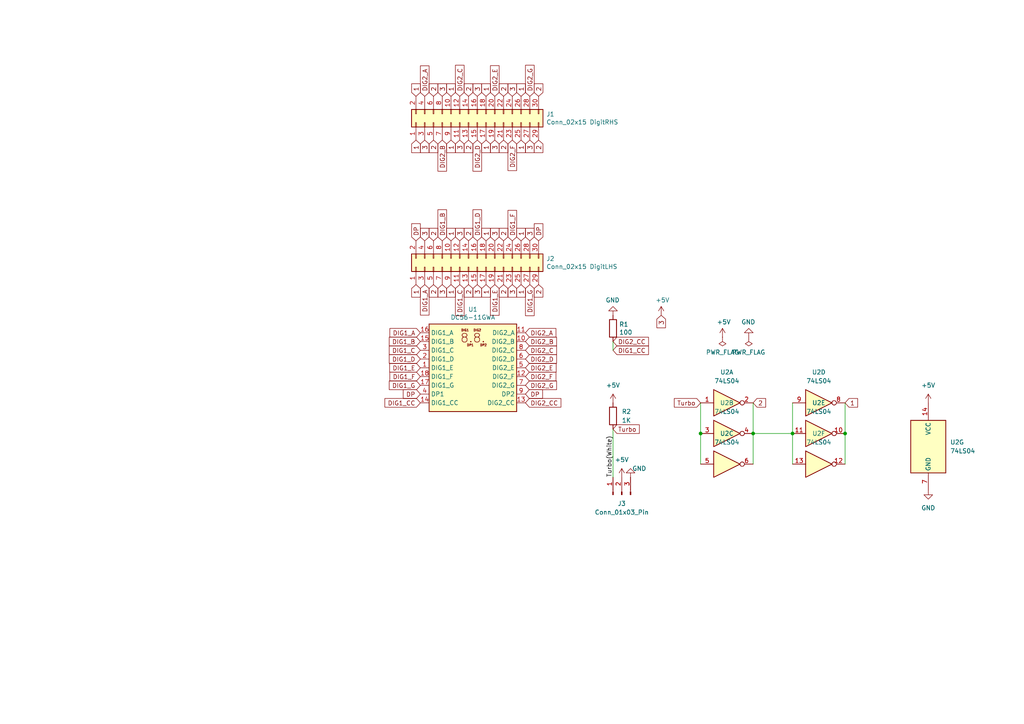
<source format=kicad_sch>
(kicad_sch (version 20230121) (generator eeschema)
  (paper "A4")
  (title_block (title "MHz Display Blaster") (date "2023-07-02") (rev "rev.0.2") (company "Scrap Computing"))
  (lib_symbols
    (symbol "74xx:74LS04"
      (property "Reference" "U" (at 0 1.27 0))
      (property "Value" "74LS04" (at 0 -1.27 0))
      (symbol "74LS04_1_0"
        (polyline (pts (xy -3.81 3.81) (xy -3.81 -3.81) (xy 3.81 0) (xy -3.81 3.81)) (stroke (width 0.254)) (fill (type background)))
        (pin input line (at -7.62 0 0) (length 3.81) (name "~") (number "1"))
        (pin output inverted (at 7.62 0 180) (length 3.81) (name "~") (number "2"))
      )
      (symbol "74LS04_2_0"
        (polyline (pts (xy -3.81 3.81) (xy -3.81 -3.81) (xy 3.81 0) (xy -3.81 3.81)) (stroke (width 0.254)) (fill (type background)))
        (pin input line (at -7.62 0 0) (length 3.81) (name "~") (number "3"))
        (pin output inverted (at 7.62 0 180) (length 3.81) (name "~") (number "4"))
      )
      (symbol "74LS04_3_0"
        (polyline (pts (xy -3.81 3.81) (xy -3.81 -3.81) (xy 3.81 0) (xy -3.81 3.81)) (stroke (width 0.254)) (fill (type background)))
        (pin input line (at -7.62 0 0) (length 3.81) (name "~") (number "5"))
        (pin output inverted (at 7.62 0 180) (length 3.81) (name "~") (number "6"))
      )
      (symbol "74LS04_4_0"
        (polyline (pts (xy -3.81 3.81) (xy -3.81 -3.81) (xy 3.81 0) (xy -3.81 3.81)) (stroke (width 0.254)) (fill (type background)))
        (pin output inverted (at 7.62 0 180) (length 3.81) (name "~") (number "8"))
        (pin input line (at -7.62 0 0) (length 3.81) (name "~") (number "9"))
      )
      (symbol "74LS04_5_0"
        (polyline (pts (xy -3.81 3.81) (xy -3.81 -3.81) (xy 3.81 0) (xy -3.81 3.81)) (stroke (width 0.254)) (fill (type background)))
        (pin output inverted (at 7.62 0 180) (length 3.81) (name "~") (number "10"))
        (pin input line (at -7.62 0 0) (length 3.81) (name "~") (number "11"))
      )
      (symbol "74LS04_6_0"
        (polyline (pts (xy -3.81 3.81) (xy -3.81 -3.81) (xy 3.81 0) (xy -3.81 3.81)) (stroke (width 0.254)) (fill (type background)))
        (pin output inverted (at 7.62 0 180) (length 3.81) (name "~") (number "12"))
        (pin input line (at -7.62 0 0) (length 3.81) (name "~") (number "13"))
      )
      (symbol "74LS04_7_0"
        (pin power_in line (at 0 12.7 270) (length 5.08) (name "VCC") (number "14"))
        (pin power_in line (at 0 -12.7 90) (length 5.08) (name "GND") (number "7"))
      )
      (symbol "74LS04_7_1"
        (rectangle (start -5.08 7.62) (end 5.08 -7.62) (stroke (width 0.254)) (fill (type background)))
      )
    )
    (symbol "Connector:Conn_01x03_Pin" (pin_names (offset 1.016) hide)
      (property "Reference" "J" (at 0 5.08 0))
      (property "Value" "Conn_01x03_Pin" (at 0 -5.08 0))
      (symbol "Conn_01x03_Pin_1_1"
        (polyline (pts (xy 1.27 -2.54) (xy 0.8636 -2.54)) (stroke (width 0.1524)))
        (polyline (pts (xy 1.27 0) (xy 0.8636 0)) (stroke (width 0.1524)))
        (polyline (pts (xy 1.27 2.54) (xy 0.8636 2.54)) (stroke (width 0.1524)))
        (rectangle (start 0.8636 -2.413) (end 0 -2.667) (stroke (width 0.1524)) (fill (type outline)))
        (rectangle (start 0.8636 0.127) (end 0 -0.127) (stroke (width 0.1524)) (fill (type outline)))
        (rectangle (start 0.8636 2.667) (end 0 2.413) (stroke (width 0.1524)) (fill (type outline)))
        (pin passive line (at 5.08 2.54 180) (length 3.81) (name "Pin_1") (number "1"))
        (pin passive line (at 5.08 0 180) (length 3.81) (name "Pin_2") (number "2"))
        (pin passive line (at 5.08 -2.54 180) (length 3.81) (name "Pin_3") (number "3"))
      )
    )
    (symbol "Connector_Generic:Conn_02x15_Odd_Even" (pin_names (offset 1.016) hide)
      (property "Reference" "J" (at 1.27 20.32 0))
      (property "Value" "Conn_02x15_Odd_Even" (at 1.27 -20.32 0))
      (symbol "Conn_02x15_Odd_Even_1_1"
        (rectangle (start -1.27 -17.653) (end 0 -17.907) (stroke (width 0.1524)))
        (rectangle (start -1.27 -15.113) (end 0 -15.367) (stroke (width 0.1524)))
        (rectangle (start -1.27 -12.573) (end 0 -12.827) (stroke (width 0.1524)))
        (rectangle (start -1.27 -10.033) (end 0 -10.287) (stroke (width 0.1524)))
        (rectangle (start -1.27 -7.493) (end 0 -7.747) (stroke (width 0.1524)))
        (rectangle (start -1.27 -4.953) (end 0 -5.207) (stroke (width 0.1524)))
        (rectangle (start -1.27 -2.413) (end 0 -2.667) (stroke (width 0.1524)))
        (rectangle (start -1.27 0.127) (end 0 -0.127) (stroke (width 0.1524)))
        (rectangle (start -1.27 2.667) (end 0 2.413) (stroke (width 0.1524)))
        (rectangle (start -1.27 5.207) (end 0 4.953) (stroke (width 0.1524)))
        (rectangle (start -1.27 7.747) (end 0 7.493) (stroke (width 0.1524)))
        (rectangle (start -1.27 10.287) (end 0 10.033) (stroke (width 0.1524)))
        (rectangle (start -1.27 12.827) (end 0 12.573) (stroke (width 0.1524)))
        (rectangle (start -1.27 15.367) (end 0 15.113) (stroke (width 0.1524)))
        (rectangle (start -1.27 17.907) (end 0 17.653) (stroke (width 0.1524)))
        (rectangle (start -1.27 19.05) (end 3.81 -19.05) (stroke (width 0.254)) (fill (type background)))
        (rectangle (start 3.81 -17.653) (end 2.54 -17.907) (stroke (width 0.1524)))
        (rectangle (start 3.81 -15.113) (end 2.54 -15.367) (stroke (width 0.1524)))
        (rectangle (start 3.81 -12.573) (end 2.54 -12.827) (stroke (width 0.1524)))
        (rectangle (start 3.81 -10.033) (end 2.54 -10.287) (stroke (width 0.1524)))
        (rectangle (start 3.81 -7.493) (end 2.54 -7.747) (stroke (width 0.1524)))
        (rectangle (start 3.81 -4.953) (end 2.54 -5.207) (stroke (width 0.1524)))
        (rectangle (start 3.81 -2.413) (end 2.54 -2.667) (stroke (width 0.1524)))
        (rectangle (start 3.81 0.127) (end 2.54 -0.127) (stroke (width 0.1524)))
        (rectangle (start 3.81 2.667) (end 2.54 2.413) (stroke (width 0.1524)))
        (rectangle (start 3.81 5.207) (end 2.54 4.953) (stroke (width 0.1524)))
        (rectangle (start 3.81 7.747) (end 2.54 7.493) (stroke (width 0.1524)))
        (rectangle (start 3.81 10.287) (end 2.54 10.033) (stroke (width 0.1524)))
        (rectangle (start 3.81 12.827) (end 2.54 12.573) (stroke (width 0.1524)))
        (rectangle (start 3.81 15.367) (end 2.54 15.113) (stroke (width 0.1524)))
        (rectangle (start 3.81 17.907) (end 2.54 17.653) (stroke (width 0.1524)))
        (pin passive line (at -5.08 17.78 0) (length 3.81) (name "Pin_1") (number "1"))
        (pin passive line (at 7.62 7.62 180) (length 3.81) (name "Pin_10") (number "10"))
        (pin passive line (at -5.08 5.08 0) (length 3.81) (name "Pin_11") (number "11"))
        (pin passive line (at 7.62 5.08 180) (length 3.81) (name "Pin_12") (number "12"))
        (pin passive line (at -5.08 2.54 0) (length 3.81) (name "Pin_13") (number "13"))
        (pin passive line (at 7.62 2.54 180) (length 3.81) (name "Pin_14") (number "14"))
        (pin passive line (at -5.08 0 0) (length 3.81) (name "Pin_15") (number "15"))
        (pin passive line (at 7.62 0 180) (length 3.81) (name "Pin_16") (number "16"))
        (pin passive line (at -5.08 -2.54 0) (length 3.81) (name "Pin_17") (number "17"))
        (pin passive line (at 7.62 -2.54 180) (length 3.81) (name "Pin_18") (number "18"))
        (pin passive line (at -5.08 -5.08 0) (length 3.81) (name "Pin_19") (number "19"))
        (pin passive line (at 7.62 17.78 180) (length 3.81) (name "Pin_2") (number "2"))
        (pin passive line (at 7.62 -5.08 180) (length 3.81) (name "Pin_20") (number "20"))
        (pin passive line (at -5.08 -7.62 0) (length 3.81) (name "Pin_21") (number "21"))
        (pin passive line (at 7.62 -7.62 180) (length 3.81) (name "Pin_22") (number "22"))
        (pin passive line (at -5.08 -10.16 0) (length 3.81) (name "Pin_23") (number "23"))
        (pin passive line (at 7.62 -10.16 180) (length 3.81) (name "Pin_24") (number "24"))
        (pin passive line (at -5.08 -12.7 0) (length 3.81) (name "Pin_25") (number "25"))
        (pin passive line (at 7.62 -12.7 180) (length 3.81) (name "Pin_26") (number "26"))
        (pin passive line (at -5.08 -15.24 0) (length 3.81) (name "Pin_27") (number "27"))
        (pin passive line (at 7.62 -15.24 180) (length 3.81) (name "Pin_28") (number "28"))
        (pin passive line (at -5.08 -17.78 0) (length 3.81) (name "Pin_29") (number "29"))
        (pin passive line (at -5.08 15.24 0) (length 3.81) (name "Pin_3") (number "3"))
        (pin passive line (at 7.62 -17.78 180) (length 3.81) (name "Pin_30") (number "30"))
        (pin passive line (at 7.62 15.24 180) (length 3.81) (name "Pin_4") (number "4"))
        (pin passive line (at -5.08 12.7 0) (length 3.81) (name "Pin_5") (number "5"))
        (pin passive line (at 7.62 12.7 180) (length 3.81) (name "Pin_6") (number "6"))
        (pin passive line (at -5.08 10.16 0) (length 3.81) (name "Pin_7") (number "7"))
        (pin passive line (at 7.62 10.16 180) (length 3.81) (name "Pin_8") (number "8"))
        (pin passive line (at -5.08 7.62 0) (length 3.81) (name "Pin_9") (number "9"))
      )
    )
    (symbol "Device:R" (pin_numbers hide) (pin_names (offset 0))
      (property "Reference" "R" (at 2.032 0 90))
      (property "Value" "R" (at 0 0 90))
      (symbol "R_0_1"
        (rectangle (start -1.016 -2.54) (end 1.016 2.54) (stroke (width 0.254)))
      )
      (symbol "R_1_1"
        (pin passive line (at 0 3.81 270) (length 1.27) (name "~") (number "1"))
        (pin passive line (at 0 -3.81 90) (length 1.27) (name "~") (number "2"))
      )
    )
    (symbol "Display_Character:DC56-11GWA"
      (property "Reference" "U" (at -11.43 13.97 0))
      (property "Value" "DC56-11GWA" (at 12.065 13.97 0))
      (symbol "DC56-11GWA_0_0"
        (text "8.8." (at 0 8.636 0) (effects (font (size 2.54 2.54))))
        (text "DIG1" (at -2.286 10.922 0) (effects (font (size 0.635 0.635))))
        (text "DIG2" (at 1.27 10.922 0) (effects (font (size 0.635 0.635))))
        (text "DP1" (at -0.762 6.604 0) (effects (font (size 0.635 0.635))))
        (text "DP2" (at 3.048 6.604 0) (effects (font (size 0.635 0.635))))
      )
      (symbol "DC56-11GWA_0_1"
        (rectangle (start -12.7 12.7) (end 12.7 -12.7) (stroke (width 0.254)) (fill (type background)))
      )
      (symbol "DC56-11GWA_1_1"
        (pin input line (at -15.24 0 0) (length 2.54) (name "DIG1_E") (number "1"))
        (pin input line (at 15.24 7.62 180) (length 2.54) (name "DIG2_B") (number "10"))
        (pin input line (at 15.24 10.16 180) (length 2.54) (name "DIG2_A") (number "11"))
        (pin input line (at 15.24 -2.54 180) (length 2.54) (name "DIG2_F") (number "12"))
        (pin input line (at 15.24 -10.16 180) (length 2.54) (name "DIG2_CC") (number "13"))
        (pin input line (at -15.24 -10.16 0) (length 2.54) (name "DIG1_CC") (number "14"))
        (pin input line (at -15.24 7.62 0) (length 2.54) (name "DIG1_B") (number "15"))
        (pin input line (at -15.24 10.16 0) (length 2.54) (name "DIG1_A") (number "16"))
        (pin input line (at -15.24 -5.08 0) (length 2.54) (name "DIG1_G") (number "17"))
        (pin input line (at -15.24 -2.54 0) (length 2.54) (name "DIG1_F") (number "18"))
        (pin input line (at -15.24 2.54 0) (length 2.54) (name "DIG1_D") (number "2"))
        (pin input line (at -15.24 5.08 0) (length 2.54) (name "DIG1_C") (number "3"))
        (pin input line (at -15.24 -7.62 0) (length 2.54) (name "DP1") (number "4"))
        (pin input line (at 15.24 0 180) (length 2.54) (name "DIG2_E") (number "5"))
        (pin input line (at 15.24 2.54 180) (length 2.54) (name "DIG2_D") (number "6"))
        (pin input line (at 15.24 -5.08 180) (length 2.54) (name "DIG2_G") (number "7"))
        (pin input line (at 15.24 5.08 180) (length 2.54) (name "DIG2_C") (number "8"))
        (pin input line (at 15.24 -7.62 180) (length 2.54) (name "DP2") (number "9"))
      )
    )
    (symbol "power:+5V" (power) (pin_names (offset 0))
      (property "Value" "+5V" (at 0 3.556 0))
      (symbol "+5V_0_1"
        (polyline (pts (xy -0.762 1.27) (xy 0 2.54)))
        (polyline (pts (xy 0 0) (xy 0 2.54)))
        (polyline (pts (xy 0 2.54) (xy 0.762 1.27)))
      )
      (symbol "+5V_1_1"
        (pin power_in line (at 0 0 90) (length 0) hide (name "+5V") (number "1"))
      )
    )
    (symbol "power:GND" (power) (pin_names (offset 0))
      (property "Value" "GND" (at 0 -3.81 0))
      (symbol "GND_0_1"
        (polyline (pts (xy 0 0) (xy 0 -1.27) (xy 1.27 -1.27) (xy 0 -2.54) (xy -1.27 -1.27) (xy 0 -1.27)))
      )
      (symbol "GND_1_1"
        (pin power_in line (at 0 0 270) (length 0) hide (name "GND") (number "1"))
      )
    )
    (symbol "power:PWR_FLAG" (power) (pin_numbers hide) (pin_names (offset 0) hide)
      (property "Value" "PWR_FLAG" (at 0 3.81 0))
      (symbol "PWR_FLAG_0_0"
        (pin power_out line (at 0 0 90) (length 0) (name "pwr") (number "1"))
      )
      (symbol "PWR_FLAG_0_1"
        (polyline (pts (xy 0 0) (xy 0 1.27) (xy -1.016 1.905) (xy 0 2.54) (xy 1.016 1.905) (xy 0 1.27)))
      )
    )
  )
  (junction (at 218.44 125.73))
  (junction (at 203.2 125.73))
  (junction (at 245.11 125.73))
  (junction (at 229.87 125.73))
  (wire (pts (xy 177.8 124.46) (xy 177.8 138.43)))
  (wire (pts (xy 203.2 125.73) (xy 203.2 134.62)))
  (wire (pts (xy 245.11 116.84) (xy 245.11 125.73)))
  (wire (pts (xy 218.44 125.73) (xy 218.44 134.62)))
  (wire (pts (xy 245.11 125.73) (xy 245.11 134.62)))
  (wire (pts (xy 218.44 125.73) (xy 229.87 125.73)))
  (wire (pts (xy 177.8 99.06) (xy 177.8 101.6)))
  (wire (pts (xy 218.44 116.84) (xy 218.44 125.73)))
  (wire (pts (xy 229.87 125.73) (xy 229.87 134.62)))
  (wire (pts (xy 229.87 116.84) (xy 229.87 125.73)))
  (wire (pts (xy 203.2 116.84) (xy 203.2 125.73)))
  (label "Turbo(White)" (at 177.8 138.43 90))
  (global_label "3" (shape input) (at 123.19 40.64 270) (property "Intersheetrefs" "${INTERSHEET_REFS}" (effects hide)))
  (global_label "1" (shape input) (at 151.13 27.94 90) (property "Intersheetrefs" "${INTERSHEET_REFS}" (effects hide)))
  (global_label "DIG1_E" (shape input) (at 121.92 106.68 180) (property "Intersheetrefs" "${INTERSHEET_REFS}" (effects hide)))
  (global_label "1" (shape input) (at 245.11 116.84 0) (property "Intersheetrefs" "${INTERSHEET_REFS}" (effects hide)))
  (global_label "1" (shape input) (at 140.97 40.64 270) (property "Intersheetrefs" "${INTERSHEET_REFS}" (effects hide)))
  (global_label "3" (shape input) (at 128.27 82.55 270) (property "Intersheetrefs" "${INTERSHEET_REFS}" (effects hide)))
  (global_label "3" (shape input) (at 143.51 40.64 270) (property "Intersheetrefs" "${INTERSHEET_REFS}" (effects hide)))
  (global_label "DIG2_CC" (shape input) (at 177.8 99.06 0) (property "Intersheetrefs" "${INTERSHEET_REFS}" (effects hide)))
  (global_label "DIG2_G" (shape input) (at 152.4 111.76 0) (property "Intersheetrefs" "${INTERSHEET_REFS}" (effects hide)))
  (global_label "2" (shape input) (at 135.89 82.55 270) (property "Intersheetrefs" "${INTERSHEET_REFS}" (effects hide)))
  (global_label "1" (shape input) (at 120.65 27.94 90) (property "Intersheetrefs" "${INTERSHEET_REFS}" (effects hide)))
  (global_label "2" (shape input) (at 156.21 82.55 270) (property "Intersheetrefs" "${INTERSHEET_REFS}" (effects hide)))
  (global_label "1" (shape input) (at 130.81 82.55 270) (property "Intersheetrefs" "${INTERSHEET_REFS}" (effects hide)))
  (global_label "DP" (shape input) (at 120.65 69.85 90) (property "Intersheetrefs" "${INTERSHEET_REFS}" (effects hide)))
  (global_label "DIG2_CC" (shape input) (at 152.4 116.84 0) (property "Intersheetrefs" "${INTERSHEET_REFS}" (effects hide)))
  (global_label "1" (shape input) (at 130.81 27.94 90) (property "Intersheetrefs" "${INTERSHEET_REFS}" (effects hide)))
  (global_label "3" (shape input) (at 148.59 27.94 90) (property "Intersheetrefs" "${INTERSHEET_REFS}" (effects hide)))
  (global_label "3" (shape input) (at 133.35 69.85 90) (property "Intersheetrefs" "${INTERSHEET_REFS}" (effects hide)))
  (global_label "3" (shape input) (at 138.43 27.94 90) (property "Intersheetrefs" "${INTERSHEET_REFS}" (effects hide)))
  (global_label "DIG1_C" (shape input) (at 133.35 82.55 270) (property "Intersheetrefs" "${INTERSHEET_REFS}" (effects hide)))
  (global_label "DIG1_F" (shape input) (at 148.59 69.85 90) (property "Intersheetrefs" "${INTERSHEET_REFS}" (effects hide)))
  (global_label "1" (shape input) (at 120.65 40.64 270) (property "Intersheetrefs" "${INTERSHEET_REFS}" (effects hide)))
  (global_label "DP" (shape input) (at 152.4 114.3 0) (property "Intersheetrefs" "${INTERSHEET_REFS}" (effects hide)))
  (global_label "3" (shape input) (at 191.77 91.44 270) (property "Intersheetrefs" "${INTERSHEET_REFS}" (effects hide)))
  (global_label "DIG1_D" (shape input) (at 138.43 69.85 90) (property "Intersheetrefs" "${INTERSHEET_REFS}" (effects hide)))
  (global_label "DIG2_E" (shape input) (at 143.51 27.94 90) (property "Intersheetrefs" "${INTERSHEET_REFS}" (effects hide)))
  (global_label "3" (shape input) (at 153.67 69.85 90) (property "Intersheetrefs" "${INTERSHEET_REFS}" (effects hide)))
  (global_label "2" (shape input) (at 125.73 69.85 90) (property "Intersheetrefs" "${INTERSHEET_REFS}" (effects hide)))
  (global_label "2" (shape input) (at 146.05 82.55 270) (property "Intersheetrefs" "${INTERSHEET_REFS}" (effects hide)))
  (global_label "DIG1_B" (shape input) (at 121.92 99.06 180) (property "Intersheetrefs" "${INTERSHEET_REFS}" (effects hide)))
  (global_label "DIG2_F" (shape input) (at 148.59 40.64 270) (property "Intersheetrefs" "${INTERSHEET_REFS}" (effects hide)))
  (global_label "DIG2_D" (shape input) (at 152.4 104.14 0) (property "Intersheetrefs" "${INTERSHEET_REFS}" (effects hide)))
  (global_label "3" (shape input) (at 138.43 82.55 270) (property "Intersheetrefs" "${INTERSHEET_REFS}" (effects hide)))
  (global_label "2" (shape input) (at 146.05 27.94 90) (property "Intersheetrefs" "${INTERSHEET_REFS}" (effects hide)))
  (global_label "3" (shape input) (at 143.51 69.85 90) (property "Intersheetrefs" "${INTERSHEET_REFS}" (effects hide)))
  (global_label "1" (shape input) (at 140.97 82.55 270) (property "Intersheetrefs" "${INTERSHEET_REFS}" (effects hide)))
  (global_label "DIG1_CC" (shape input) (at 177.8 101.6 0) (property "Intersheetrefs" "${INTERSHEET_REFS}" (effects hide)))
  (global_label "DIG1_E" (shape input) (at 143.51 82.55 270) (property "Intersheetrefs" "${INTERSHEET_REFS}" (effects hide)))
  (global_label "DIG2_A" (shape input) (at 152.4 96.52 0) (property "Intersheetrefs" "${INTERSHEET_REFS}" (effects hide)))
  (global_label "DIG1_CC" (shape input) (at 121.92 116.84 180) (property "Intersheetrefs" "${INTERSHEET_REFS}" (effects hide)))
  (global_label "DIG2_E" (shape input) (at 152.4 106.68 0) (property "Intersheetrefs" "${INTERSHEET_REFS}" (effects hide)))
  (global_label "Turbo" (shape input) (at 177.8 124.46 0) (property "Intersheetrefs" "${INTERSHEET_REFS}" (effects hide)))
  (global_label "3" (shape input) (at 133.35 40.64 270) (property "Intersheetrefs" "${INTERSHEET_REFS}" (effects hide)))
  (global_label "3" (shape input) (at 123.19 69.85 90) (property "Intersheetrefs" "${INTERSHEET_REFS}" (effects hide)))
  (global_label "1" (shape input) (at 130.81 69.85 90) (property "Intersheetrefs" "${INTERSHEET_REFS}" (effects hide)))
  (global_label "2" (shape input) (at 135.89 40.64 270) (property "Intersheetrefs" "${INTERSHEET_REFS}" (effects hide)))
  (global_label "DIG2_F" (shape input) (at 152.4 109.22 0) (property "Intersheetrefs" "${INTERSHEET_REFS}" (effects hide)))
  (global_label "DIG2_G" (shape input) (at 153.67 27.94 90) (property "Intersheetrefs" "${INTERSHEET_REFS}" (effects hide)))
  (global_label "1" (shape input) (at 140.97 27.94 90) (property "Intersheetrefs" "${INTERSHEET_REFS}" (effects hide)))
  (global_label "2" (shape input) (at 218.44 116.84 0) (property "Intersheetrefs" "${INTERSHEET_REFS}" (effects hide)))
  (global_label "3" (shape input) (at 128.27 27.94 90) (property "Intersheetrefs" "${INTERSHEET_REFS}" (effects hide)))
  (global_label "1" (shape input) (at 140.97 69.85 90) (property "Intersheetrefs" "${INTERSHEET_REFS}" (effects hide)))
  (global_label "DIG1_D" (shape input) (at 121.92 104.14 180) (property "Intersheetrefs" "${INTERSHEET_REFS}" (effects hide)))
  (global_label "2" (shape input) (at 156.21 40.64 270) (property "Intersheetrefs" "${INTERSHEET_REFS}" (effects hide)))
  (global_label "DIG1_A" (shape input) (at 123.19 82.55 270) (property "Intersheetrefs" "${INTERSHEET_REFS}" (effects hide)))
  (global_label "DIG1_A" (shape input) (at 121.92 96.52 180) (property "Intersheetrefs" "${INTERSHEET_REFS}" (effects hide)))
  (global_label "2" (shape input) (at 125.73 27.94 90) (property "Intersheetrefs" "${INTERSHEET_REFS}" (effects hide)))
  (global_label "Turbo" (shape input) (at 203.2 116.84 180) (property "Intersheetrefs" "${INTERSHEET_REFS}" (effects hide)))
  (global_label "DP" (shape input) (at 156.21 69.85 90) (property "Intersheetrefs" "${INTERSHEET_REFS}" (effects hide)))
  (global_label "1" (shape input) (at 120.65 82.55 270) (property "Intersheetrefs" "${INTERSHEET_REFS}" (effects hide)))
  (global_label "2" (shape input) (at 125.73 40.64 270) (property "Intersheetrefs" "${INTERSHEET_REFS}" (effects hide)))
  (global_label "DIG2_A" (shape input) (at 123.19 27.94 90) (property "Intersheetrefs" "${INTERSHEET_REFS}" (effects hide)))
  (global_label "DIG1_C" (shape input) (at 121.92 101.6 180) (property "Intersheetrefs" "${INTERSHEET_REFS}" (effects hide)))
  (global_label "2" (shape input) (at 125.73 82.55 270) (property "Intersheetrefs" "${INTERSHEET_REFS}" (effects hide)))
  (global_label "2" (shape input) (at 146.05 40.64 270) (property "Intersheetrefs" "${INTERSHEET_REFS}" (effects hide)))
  (global_label "1" (shape input) (at 151.13 40.64 270) (property "Intersheetrefs" "${INTERSHEET_REFS}" (effects hide)))
  (global_label "DIG2_B" (shape input) (at 128.27 40.64 270) (property "Intersheetrefs" "${INTERSHEET_REFS}" (effects hide)))
  (global_label "DIG1_F" (shape input) (at 121.92 109.22 180) (property "Intersheetrefs" "${INTERSHEET_REFS}" (effects hide)))
  (global_label "1" (shape input) (at 151.13 69.85 90) (property "Intersheetrefs" "${INTERSHEET_REFS}" (effects hide)))
  (global_label "DP" (shape input) (at 121.92 114.3 180) (property "Intersheetrefs" "${INTERSHEET_REFS}" (effects hide)))
  (global_label "1" (shape input) (at 151.13 82.55 270) (property "Intersheetrefs" "${INTERSHEET_REFS}" (effects hide)))
  (global_label "DIG2_D" (shape input) (at 138.43 40.64 270) (property "Intersheetrefs" "${INTERSHEET_REFS}" (effects hide)))
  (global_label "DIG2_B" (shape input) (at 152.4 99.06 0) (property "Intersheetrefs" "${INTERSHEET_REFS}" (effects hide)))
  (global_label "2" (shape input) (at 135.89 69.85 90) (property "Intersheetrefs" "${INTERSHEET_REFS}" (effects hide)))
  (global_label "DIG2_C" (shape input) (at 133.35 27.94 90) (property "Intersheetrefs" "${INTERSHEET_REFS}" (effects hide)))
  (global_label "2" (shape input) (at 156.21 27.94 90) (property "Intersheetrefs" "${INTERSHEET_REFS}" (effects hide)))
  (global_label "3" (shape input) (at 153.67 40.64 270) (property "Intersheetrefs" "${INTERSHEET_REFS}" (effects hide)))
  (global_label "2" (shape input) (at 135.89 27.94 90) (property "Intersheetrefs" "${INTERSHEET_REFS}" (effects hide)))
  (global_label "DIG1_B" (shape input) (at 128.27 69.85 90) (property "Intersheetrefs" "${INTERSHEET_REFS}" (effects hide)))
  (global_label "DIG1_G" (shape input) (at 153.67 82.55 270) (property "Intersheetrefs" "${INTERSHEET_REFS}" (effects hide)))
  (global_label "3" (shape input) (at 148.59 82.55 270) (property "Intersheetrefs" "${INTERSHEET_REFS}" (effects hide)))
  (global_label "1" (shape input) (at 130.81 40.64 270) (property "Intersheetrefs" "${INTERSHEET_REFS}" (effects hide)))
  (global_label "2" (shape input) (at 146.05 69.85 90) (property "Intersheetrefs" "${INTERSHEET_REFS}" (effects hide)))
  (global_label "DIG2_C" (shape input) (at 152.4 101.6 0) (property "Intersheetrefs" "${INTERSHEET_REFS}" (effects hide)))
  (global_label "DIG1_G" (shape input) (at 121.92 111.76 180) (property "Intersheetrefs" "${INTERSHEET_REFS}" (effects hide)))
  (symbol (lib_id "Connector_Generic:Conn_02x15_Odd_Even") (at 138.43 35.56 90) (unit 1)
    (property "Reference" "J1" (at 158.4452 33.1216 90) (effects (justify right)))
    (property "Value" "Conn_02x15 DigitRHS" (at 158.4452 35.433 90) (effects (justify right)))
    (property "Footprint" "Connector_PinHeader_2.54mm:PinHeader_2x15_P2.54mm_Vertical" (effects hide))
  )
  (symbol (lib_id "Connector_Generic:Conn_02x15_Odd_Even") (at 138.43 77.47 90) (unit 1)
    (property "Reference" "J2" (at 158.4452 75.0316 90) (effects (justify right)))
    (property "Value" "Conn_02x15 DigitLHS" (at 158.4452 77.343 90) (effects (justify right)))
    (property "Footprint" "Connector_PinHeader_2.54mm:PinHeader_2x15_P2.54mm_Vertical" (effects hide))
  )
  (symbol (lib_id "Device:R") (at 177.8 95.25 0) (unit 1)
    (property "Reference" "R1" (at 179.578 94.0816 0) (effects (justify left)))
    (property "Value" "100" (at 179.578 96.393 0) (effects (justify left)))
    (property "Footprint" "Resistor_THT:R_Axial_DIN0207_L6.3mm_D2.5mm_P10.16mm_Horizontal" (effects hide))
  )
  (symbol (lib_id "Display_Character:DC56-11GWA") (at 137.16 106.68 0) (unit 1)
    (property "Reference" "U1" (at 137.16 89.7382 0))
    (property "Value" "DC56-11GWA" (at 137.16 92.0496 0))
    (property "Footprint" "Display_7Segment:DA56-11CGKWA" (effects hide))
    (property "Datasheet" "http://www.kingbrightusa.com/images/catalog/SPEC/DC56-11GWA.pdf" (effects hide))
  )
  (symbol (lib_id "power:+5V") (at 209.55 97.79 0) (unit 1)
    (property "Reference" "#PWR02" (effects hide))
    (property "Value" "+5V" (at 209.931 93.3958 0))
  )
  (symbol (lib_id "power:GND") (at 217.17 97.79 180) (unit 1)
    (property "Reference" "#PWR01" (effects hide))
    (property "Value" "GND" (at 217.043 93.3958 0))
  )
  (symbol (lib_id "power:PWR_FLAG") (at 217.17 97.79 180) (unit 1)
    (property "Reference" "#FLG0101" (effects hide))
    (property "Value" "PWR_FLAG" (at 217.17 102.1842 0))
  )
  (symbol (lib_id "power:PWR_FLAG") (at 209.55 97.79 180) (unit 1)
    (property "Reference" "#FLG0102" (effects hide))
    (property "Value" "PWR_FLAG" (at 209.55 102.1842 0))
  )
  (symbol (lib_id "power:GND") (at 177.8 91.44 180) (unit 1)
    (property "Reference" "#PWR0101" (effects hide))
    (property "Value" "GND" (at 177.673 87.0458 0))
  )
  (symbol (lib_id "power:+5V") (at 191.77 91.44 0) (unit 1)
    (property "Reference" "#PWR0102" (effects hide))
    (property "Value" "+5V" (at 192.151 87.0458 0))
  )
  (symbol (lib_id "74xx:74LS04") (at 269.24 129.54 0) (unit 7)
    (property "Reference" "U2" (at 275.59 128.27 0) (effects (justify left)))
    (property "Value" "74LS04" (at 275.59 130.81 0) (effects (justify left)))
    (property "Footprint" "Package_SO:SOIC-14_3.9x8.7mm_P1.27mm" (effects hide))
    (property "Datasheet" "http://www.ti.com/lit/gpn/sn74LS04" (effects hide))
  )
  (symbol (lib_id "Device:R") (at 177.8 120.65 0) (unit 1)
    (property "Reference" "R2" (at 180.34 119.38 0) (effects (justify left)))
    (property "Value" "1K" (at 180.34 121.92 0) (effects (justify left)))
    (property "Footprint" "Resistor_THT:R_Axial_DIN0207_L6.3mm_D2.5mm_P10.16mm_Horizontal" (effects hide))
  )
  (symbol (lib_id "74xx:74LS04") (at 210.82 125.73 0) (unit 2)
    (property "Reference" "U2" (at 210.82 116.84 0))
    (property "Value" "74LS04" (at 210.82 119.38 0))
    (property "Footprint" "Package_SO:SOIC-14_3.9x8.7mm_P1.27mm" (effects hide))
    (property "Datasheet" "http://www.ti.com/lit/gpn/sn74LS04" (effects hide))
  )
  (symbol (lib_id "power:+5V") (at 180.34 138.43 0) (unit 1)
    (property "Reference" "#PWR06" (effects hide))
    (property "Value" "+5V" (at 180.34 133.35 0))
  )
  (symbol (lib_id "74xx:74LS04") (at 210.82 134.62 0) (unit 3)
    (property "Reference" "U2" (at 210.82 125.73 0))
    (property "Value" "74LS04" (at 210.82 128.27 0))
    (property "Footprint" "Package_SO:SOIC-14_3.9x8.7mm_P1.27mm" (effects hide))
    (property "Datasheet" "http://www.ti.com/lit/gpn/sn74LS04" (effects hide))
  )
  (symbol (lib_id "power:GND") (at 182.88 138.43 180) (unit 1)
    (property "Reference" "#PWR07" (effects hide))
    (property "Value" "GND" (at 185.42 135.89 0))
  )
  (symbol (lib_id "Connector:Conn_01x03_Pin") (at 180.34 143.51 90) (unit 1)
    (property "Reference" "J3" (at 180.34 146.05 90))
    (property "Value" "Conn_01x03_Pin" (at 180.34 148.59 90))
    (property "Footprint" "Connector_PinHeader_2.54mm:PinHeader_1x03_P2.54mm_Vertical" (effects hide))
  )
  (symbol (lib_id "74xx:74LS04") (at 237.49 125.73 0) (unit 5)
    (property "Reference" "U2" (at 237.49 116.84 0))
    (property "Value" "74LS04" (at 237.49 119.38 0))
    (property "Footprint" "Package_SO:SOIC-14_3.9x8.7mm_P1.27mm" (effects hide))
    (property "Datasheet" "http://www.ti.com/lit/gpn/sn74LS04" (effects hide))
  )
  (symbol (lib_id "power:GND") (at 269.24 142.24 0) (unit 1)
    (property "Reference" "#PWR03" (effects hide))
    (property "Value" "GND" (at 269.24 147.32 0))
  )
  (symbol (lib_id "74xx:74LS04") (at 210.82 116.84 0) (unit 1)
    (property "Reference" "U2" (at 210.82 107.95 0))
    (property "Value" "74LS04" (at 210.82 110.49 0))
    (property "Footprint" "Package_SO:SOIC-14_3.9x8.7mm_P1.27mm" (effects hide))
    (property "Datasheet" "http://www.ti.com/lit/gpn/sn74LS04" (effects hide))
  )
  (symbol (lib_id "power:+5V") (at 269.24 116.84 0) (unit 1)
    (property "Reference" "#PWR04" (effects hide))
    (property "Value" "+5V" (at 269.24 111.76 0))
  )
  (symbol (lib_id "74xx:74LS04") (at 237.49 116.84 0) (unit 4)
    (property "Reference" "U2" (at 237.49 107.95 0))
    (property "Value" "74LS04" (at 237.49 110.49 0))
    (property "Footprint" "Package_SO:SOIC-14_3.9x8.7mm_P1.27mm" (effects hide))
    (property "Datasheet" "http://www.ti.com/lit/gpn/sn74LS04" (effects hide))
  )
  (symbol (lib_id "power:+5V") (at 177.8 116.84 0) (unit 1)
    (property "Reference" "#PWR05" (effects hide))
    (property "Value" "+5V" (at 177.8 111.76 0))
  )
  (symbol (lib_id "74xx:74LS04") (at 237.49 134.62 0) (unit 6)
    (property "Reference" "U2" (at 237.49 125.73 0))
    (property "Value" "74LS04" (at 237.49 128.27 0))
    (property "Footprint" "Package_SO:SOIC-14_3.9x8.7mm_P1.27mm" (effects hide))
    (property "Datasheet" "http://www.ti.com/lit/gpn/sn74LS04" (effects hide))
  )
)
</source>
